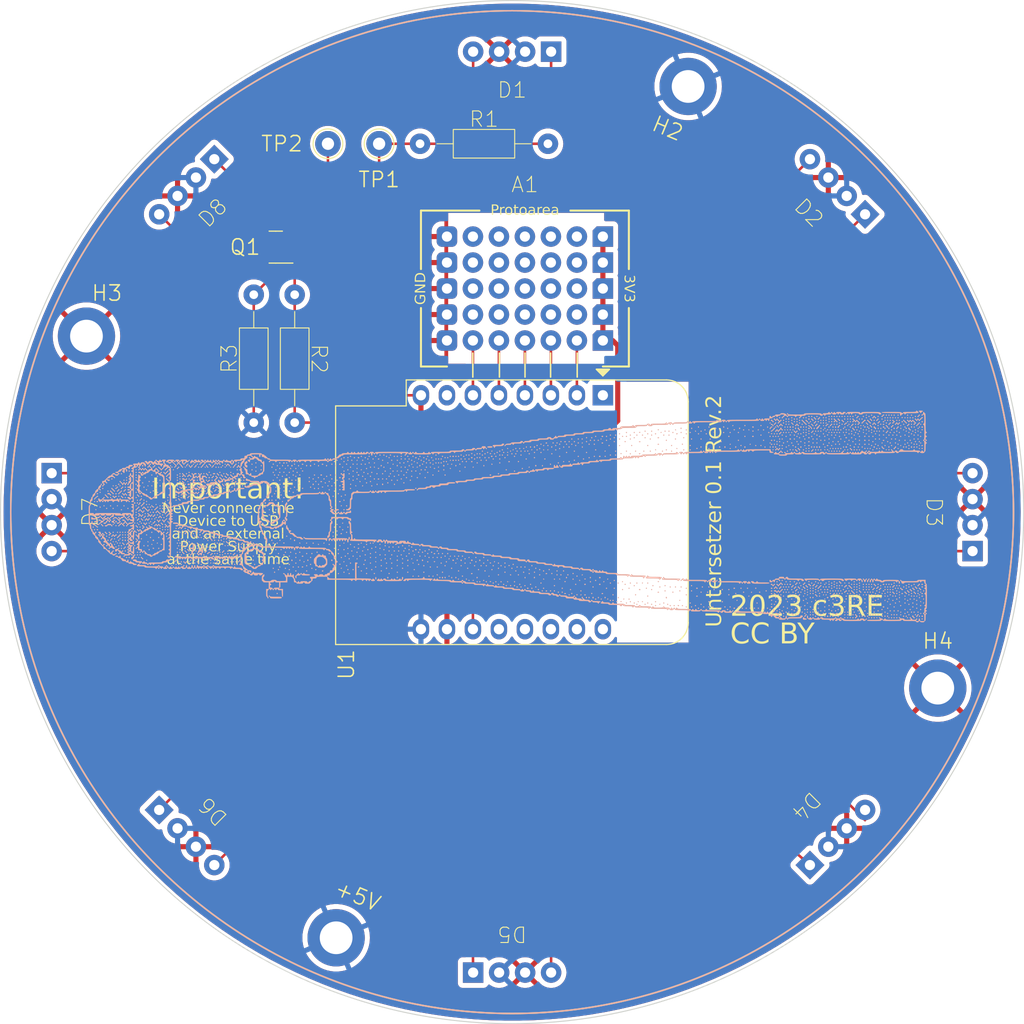
<source format=kicad_pcb>
(kicad_pcb (version 20221018) (generator pcbnew)
  (layers (0 "F.Cu" signal) (31 "B.Cu" signal) (34 "B.Paste" user) (35 "F.Paste" user) (36 "B.SilkS" user "B.Silkscreen") (37 "F.SilkS" user "F.Silkscreen") (38 "B.Mask" user) (39 "F.Mask" user) (44 "Edge.Cuts" user))
  (net 0 "")
  (net 2 "Net-(A1-Vin)")
  (net 3 "Net-(U1-A0)")
  (net 9 "Net-(U1-D0)")
  (net 10 "Net-(Q1-S)")
  (net 11 "/Dout")
  (net 12 "GND")
  (net 13 "+5V")
  (net 14 "/Din")
  (net 15 "Net-(D1-DIN)")
  (net 16 "Net-(D1-DOUT)")
  (net 17 "Net-(D2-DOUT)")
  (net 18 "Net-(D3-DOUT)")
  (net 19 "Net-(D4-DOUT)")
  (net 20 "Net-(D5-DOUT)")
  (net 21 "Net-(D6-DOUT)")
  (net 22 "Net-(D7-DOUT)")
  (net 23 "Net-(U1-MISO{slash}D6)")
  (net 24 "Net-(U1-MOSI{slash}D7)")
  (net 25 "Net-(U1-SCK{slash}D5)")
  (footprint "R_combi:1206_combi_handsolder" (layer "F.Cu") (at 147.25 64)
    (fp_text reference "R1" (at 0 -2.4 unlocked) (layer "F.SilkS") (effects (font (size 1.5 1.5) (thickness 0.1))))
    (fp_text value "100")
    (pad "1" thru_hole circle (at -6.25 0) (size 2 2) (drill 0.85) (layers "*.Cu" "*.Mask") (net 14 "/Din"))
    (pad "1" smd roundrect (at -1.55 0) (size 1.3 1.75) (layers "F.Cu" "F.Paste" "F.Mask") (roundrect_rratio 0.1640423077) (net 14 "/Din"))
    (pad "2" smd roundrect (at 1.55 0) (size 1.3 1.75) (layers "F.Cu" "F.Paste" "F.Mask") (roundrect_rratio 0.1640423077) (net 15 "Net-(D1-DIN)"))
    (pad "2" thru_hole circle (at 6.25 0) (size 2 2) (drill 0.85) (layers "*.Cu" "*.Mask") (net 15 "Net-(D1-DIN)"))
  )
  (footprint "R_combi:1206_combi_handsolder" (layer "F.Cu") (at 128.75 85 -90)
    (fp_text reference "R2" (at 0 -2.4 -90 unlocked) (layer "F.SilkS") (effects (font (size 1.5 1.5) (thickness 0.1))))
    (fp_text value "10k")
    (pad "1" thru_hole circle (at -6.25 0 270) (size 2 2) (drill 0.85) (layers "*.Cu" "*.Mask") (net 2 "Net-(A1-Vin)"))
    (pad "1" smd roundrect (at -1.55 0 270) (size 1.3 1.75) (layers "F.Cu" "F.Paste" "F.Mask") (roundrect_rratio 0.1640423077) (net 2 "Net-(A1-Vin)"))
    (pad "2" smd roundrect (at 1.55 0 270) (size 1.3 1.75) (layers "F.Cu" "F.Paste" "F.Mask") (roundrect_rratio 0.1640423077) (net 10 "Net-(Q1-S)"))
    (pad "2" thru_hole circle (at 6.25 0 270) (size 2 2) (drill 0.85) (layers "*.Cu" "*.Mask") (net 10 "Net-(Q1-S)"))
  )
  (footprint "WS2812_THT:WS2812_THT" (layer "F.Cu") (at 181.8 131.8 -135)
    (fp_text reference "D4" (at 0 4.313351 -135 unlocked) (layer "F.SilkS") (effects (font (size 1.5 1.5) (thickness 0.1))))
    (fp_text value "WS2812B")
    (pad "1" thru_hole circle (at 1.27 0 225) (size 2 2) (drill 1) (layers "*.Cu" "*.Mask") (net 13 "+5V"))
    (pad "2" thru_hole rect (at 3.81 0 225) (size 2 2) (drill 1) (layers "*.Cu" "*.Mask") (net 19 "Net-(D4-DOUT)"))
    (pad "3" thru_hole circle (at -1.27 0 225) (size 2 2) (drill 1) (layers "*.Cu" "*.Mask") (net 12 "GND"))
    (pad "4" thru_hole circle (at -3.81 0 225) (size 2 2) (drill 1) (layers "*.Cu" "*.Mask") (net 18 "Net-(D3-DOUT)"))
  )
  (footprint "MountingHole:MountingHole_3.2mm_M3_DIN965_Pad" (layer "F.Cu") (at 167.2 58.4 -22.5)
    (fp_text reference "H2" (at -0.278757 4.553273 157.5) (layer "F.SilkS") (effects (font (size 1.5 1.5))))
    (fp_text value "+5V")
    (pad "1" thru_hole circle (at 0 0 337.5) (size 5.6 5.6) (drill 3.2) (layers "*.Cu" "*.Mask") (net 13 "+5V"))
  )
  (footprint "WS2812_THT:WS2812_THT" (layer "F.Cu") (at 105 100 90)
    (fp_text reference "D7" (at 0 3.75 90 unlocked) (layer "F.SilkS") (effects (font (size 1.5 1.5) (thickness 0.1))))
    (fp_text value "WS2812B")
    (pad "1" thru_hole circle (at 1.27 0 90) (size 2 2) (drill 1) (layers "*.Cu" "*.Mask") (net 13 "+5V"))
    (pad "2" thru_hole rect (at 3.81 0 90) (size 2 2) (drill 1) (layers "*.Cu" "*.Mask") (net 22 "Net-(D7-DOUT)"))
    (pad "3" thru_hole circle (at -1.27 0 90) (size 2 2) (drill 1) (layers "*.Cu" "*.Mask") (net 12 "GND"))
    (pad "4" thru_hole circle (at -3.81 0 90) (size 2 2) (drill 1) (layers "*.Cu" "*.Mask") (net 21 "Net-(D6-DOUT)"))
  )
  (footprint "Logo:c3RE_Logo_12mm_F.Mask" (layer "F.Cu") (at 172.3 78.2)
    (fp_text reference "REF**" hide)
    (fp_text value "c3RE_Logo_12mm_F.Mask")
  )
  (footprint "Module:WEMOS_D1_mini_light" (layer "F.Cu") (at 158.87 88.58 -90)
    (fp_text reference "U1" (at 26.32 25.07 90) (layer "F.SilkS") (effects (font (size 1.5 1.5))))
    (fp_text value "WeMos_D1_mini")
    (pad "1" thru_hole rect (at 0 0 270) (size 2 2) (drill 1) (layers "*.Cu" "*.Mask"))
    (pad "2" thru_hole oval (at 0 2.54 270) (size 2 1.6) (drill 1) (layers "*.Cu" "*.Mask") (net 3 "Net-(U1-A0)"))
    (pad "3" thru_hole oval (at 0 5.08 270) (size 2 1.6) (drill 1) (layers "*.Cu" "*.Mask") (net 9 "Net-(U1-D0)"))
    (pad "4" thru_hole oval (at 0 7.62 270) (size 2 1.6) (drill 1) (layers "*.Cu" "*.Mask") (net 25 "Net-(U1-SCK{slash}D5)"))
    (pad "5" thru_hole oval (at 0 10.16 270) (size 2 1.6) (drill 1) (layers "*.Cu" "*.Mask") (net 23 "Net-(U1-MISO{slash}D6)"))
    (pad "6" thru_hole oval (at 0 12.7 270) (size 2 1.6) (drill 1) (layers "*.Cu" "*.Mask") (net 24 "Net-(U1-MOSI{slash}D7)"))
    (pad "7" thru_hole oval (at 0 15.24 270) (size 2 1.6) (drill 1) (layers "*.Cu" "*.Mask"))
    (pad "8" thru_hole oval (at 0 17.78 270) (size 2 1.6) (drill 1) (layers "*.Cu" "*.Mask") (net 2 "Net-(A1-Vin)"))
    (pad "9" thru_hole oval (at 22.86 17.78 270) (size 2 1.6) (drill 1) (layers "*.Cu" "*.Mask") (net 13 "+5V"))
    (pad "10" thru_hole oval (at 22.86 15.24 270) (size 2 1.6) (drill 1) (layers "*.Cu" "*.Mask") (net 12 "GND"))
    (pad "11" thru_hole oval (at 22.86 12.7 270) (size 2 1.6) (drill 1) (layers "*.Cu" "*.Mask") (net 10 "Net-(Q1-S)"))
    (pad "12" thru_hole oval (at 22.86 10.16 270) (size 2 1.6) (drill 1) (layers "*.Cu" "*.Mask"))
    (pad "13" thru_hole oval (at 22.86 7.62 270) (size 2 1.6) (drill 1) (layers "*.Cu" "*.Mask"))
    (pad "14" thru_hole oval (at 22.86 5.08 270) (size 2 1.6) (drill 1) (layers "*.Cu" "*.Mask"))
    (pad "15" thru_hole oval (at 22.86 2.54 270) (size 2 1.6) (drill 1) (layers "*.Cu" "*.Mask"))
    (pad "16" thru_hole oval (at 22.86 0 270) (size 2 1.6) (drill 1) (layers "*.Cu" "*.Mask"))
  )
  (footprint "WS2812_THT:WS2812_THT" (layer "F.Cu") (at 150 145 180)
    (fp_text reference "D5" (at 0 3.75 180 unlocked) (layer "F.SilkS") (effects (font (size 1.5 1.5) (thickness 0.1))))
    (fp_text value "WS2812B")
    (pad "1" thru_hole circle (at 1.27 0 180) (size 2 2) (drill 1) (layers "*.Cu" "*.Mask") (net 13 "+5V"))
    (pad "2" thru_hole rect (at 3.81 0 180) (size 2 2) (drill 1) (layers "*.Cu" "*.Mask") (net 20 "Net-(D5-DOUT)"))
    (pad "3" thru_hole circle (at -1.27 0 180) (size 2 2) (drill 1) (layers "*.Cu" "*.Mask") (net 12 "GND"))
    (pad "4" thru_hole circle (at -3.81 0 180) (size 2 2) (drill 1) (layers "*.Cu" "*.Mask") (net 19 "Net-(D4-DOUT)"))
  )
  (footprint "MountingHole:MountingHole_3.2mm_M3_DIN965_Pad" (layer "F.Cu") (at 108.4 82.8)
    (fp_text reference "H3" (at 2 -4.2) (layer "F.SilkS") (effects (font (size 1.5 1.5))))
    (fp_text value "GND")
    (pad "1" thru_hole circle (at 0 0) (size 5.6 5.6) (drill 3.2) (layers "*.Cu" "*.Mask") (net 12 "GND"))
  )
  (footprint "Symbol:OSHW-Symbol_13.4x12mm_SilkScreen" (layer "F.Cu") (at 150 124)
    (fp_text reference "REF**" hide)
    (fp_text value "OSHW-Symbol_13.4x12mm_SilkScreen" hide)
  )
  (footprint "Symbol:OSHW-Symbol_13.4x12mm_Copper" (layer "F.Cu") (at 150 124)
    (fp_text reference "REF**" hide)
    (fp_text value "OSHW-Symbol_13.4x12mm_Copper" hide)
    (fp_poly (pts (xy 1.119803 -5.09936) (xy 1.288676 -4.203573) (xy 1.911796 -3.946702) (xy 2.534916 -3.689832) (xy 3.282453 -4.198151) (xy 3.491802 -4.339684) (xy 3.681043 -4.466055) (xy 3.841343 -4.571493) (xy 3.963874 -4.65023) (xy 4.039802 -4.696495) (xy 4.06048 -4.706471) (xy 4.097731 -4.680814) (xy 4.177332 -4.609885) (xy 4.290361 -4.502743) (xy 4.427895 -4.36845) (xy 4.581012 -4.216066) (xy 4.740789 -4.054653) (xy 4.898305 -3.89327) (xy 5.044637 -3.740978) (xy 5.170863 -3.606838) (xy 5.26806 -3.499911) (xy 5.327307 -3.429258) (xy 5.341471 -3.405612) (xy 5.321087 -3.362021) (xy 5.263941 -3.266519) (xy 5.176041 -3.12845) (xy 5.063396 -2.957155) (xy 4.932013 -2.761975) (xy 4.855882 -2.650648) (xy 4.717118 -2.447367) (xy 4.593811 -2.263927) (xy 4.491945 -2.109458) (xy 4.417501 -1.993091) (xy 4.376461 -1.923958) (xy 4.370294 -1.90943) (xy 4.384274 -1.86814) (xy 4.422382 -1.771908) (xy 4.478867 -1.634266) (xy 4.54798 -1.468742) (xy 4.62397 -1.288868) (xy 4.701089 -1.108172) (xy 4.773585 -0.940186) (xy 4.835709 -0.79844) (xy 4.881712 -0.696463) (xy 4.905843 -0.647786) (xy 4.907267 -0.64587) (xy 4.945158 -0.636575) (xy 5.046069 -0.61584) (xy 5.19954 -0.585702) (xy 5.395112 -0.548199) (xy 5.622325 -0.505371) (xy 5.754891 -0.480674) (xy 5.997679 -0.434447) (xy 6.216974 -0.39046) (xy 6.401681 -0.351119) (xy 6.540705 -0.318831) (xy 6.622952 -0.296003) (xy 6.639485 -0.28876) (xy 6.655678 -0.239739) (xy 6.668744 -0.129023) (xy 6.678691 0.030438) (xy 6.685528 0.2257) (xy 6.689264 0.443814) (xy 6.689907 0.671835) (xy 6.687468 0.896815) (xy 6.681953 1.105809) (xy 6.673374 1.285868) (xy 6.661737 1.424047) (xy 6.647052 1.507398) (xy 6.638245 1.52475) (xy 6.585599 1.545548) (xy 6.474043 1.575282) (xy 6.318335 1.610459) (xy 6.133229 1.647586) (xy 6.068613 1.659597) (xy 5.757071 1.716662) (xy 5.510976 1.762618) (xy 5.322195 1.799293) (xy 5.182598 1.828513) (xy 5.084052 1.852104) (xy 5.018426 1.871892) (xy 4.977589 1.889706) (xy 4.953409 1.90737) (xy 4.950026 1.910861) (xy 4.916255 1.9671) (xy 4.864737 2.076547) (xy 4.800617 2.2258) (xy 4.729039 2.401459) (xy 4.655146 2.590121) (xy 4.584083 2.778385) (xy 4.520993 2.952848) (xy 4.471021 3.100108) (xy 4.439312 3.206764) (xy 4.431008 3.259413) (xy 4.4317 3.261257) (xy 4.459836 3.304292) (xy 4.523665 3.398978) (xy 4.61648 3.53546) (xy 4.731573 3.703882) (xy 4.862237 3.89439) (xy 4.899448 3.948529) (xy 5.032129 4.144804) (xy 5.148883 4.323886) (xy 5.243349 4.475492) (xy 5.309168 4.589338) (xy 5.339978 4.655141) (xy 5.341471 4.663225) (xy 5.315584 4.705715) (xy 5.244054 4.789891) (xy 5.136076 4.906705) (xy 5.000846 5.04711) (xy 4.847558 5.202061) (xy 4.685409 5.362509) (xy 4.523593 5.519409) (xy 4.371306 5.663713) (xy 4.237743 5.786376) (xy 4.1321 5.87835) (xy 4.063572 5.930589) (xy 4.044614 5.939118) (xy 4.000487 5.919029) (xy 3.910142 5.864849) (xy 3.788295 5.785704) (xy 3.694546 5.722001) (xy 3.524678 5.60511) (xy 3.323512 5.467476) (xy 3.121733 5.330063) (xy 3.01325 5.256519) (xy 2.646058 5.008155) (xy 2.337826 5.174813) (xy 2.197404 5.247822) (xy 2.077996 5.304571) (xy 1.997202 5.336937) (xy 1.976636 5.341441) (xy 1.951906 5.308189) (xy 1.903118 5.214224) (xy 1.833913 5.068213) (xy 1.747935 4.878824) (xy 1.648824 4.654724) (xy 1.540224 4.404581) (xy 1.425775 4.137063) (xy 1.30912 3.860836) (xy 1.193901 3.584568) (xy 1.08376 3.316927) (xy 0.982339 3.06658) (xy 0.89328 2.842195) (xy 0.820225 2.652439) (xy 0.766816 2.50598) (xy 0.736695 2.411485) (xy 0.731851 2.379031) (xy 0.770245 2.337636) (xy 0.854308 2.270438) (xy 0.966467 2.1914) (xy 0.975881 2.185147) (xy 1.265768 1.953103) (xy 1.499512 1.682386) (xy 1.675087 1.381653) (xy 1.790469 1.059561) (xy 1.84363 0.724765) (xy 1.832547 0.385922) (xy 1.755192 0.051688) (xy 1.60954 -0.269281) (xy 1.566688 -0.339505) (xy 1.343802 -0.623073) (xy 1.080491 -0.850782) (xy 0.785865 -1.021449) (xy 0.469041 -1.133888) (xy 0.13913 -1.186917) (xy -0.194754 -1.179349) (xy -0.523497 -1.110002) (xy -0.837986 -0.977691) (xy -1.129107 -0.781232) (xy -1.21916 -0.701494) (xy -1.448347 -0.451892) (xy -1.615354 -0.189132) (xy -1.729915 0.105399) (xy -1.793719 0.397075) (xy -1.80947 0.725012) (xy -1.756949 1.054577) (xy -1.64149 1.37463) (xy -1.468429 1.674032) (xy -1.243101 1.941643) (xy -0.97084 2.166325) (xy -0.935058 2.190008) (xy -0.821698 2.267568) (xy -0.735522 2.334768) (xy -0.694323 2.377675) (xy -0.693724 2.379031) (xy -0.702569 2.425446) (xy -0.737631 2.530786) (xy -0.795267 2.686388) (xy -0.871834 2.883584) (xy -0.963686 3.11371) (xy -1.067183 3.368101) (xy -1.178679 3.63809) (xy -1.294532 3.915012) (xy -1.411097 4.190201) (xy -1.524733 4.454993) (xy -1.631794 4.700721) (xy -1.728638 4.918721) (xy -1.811621 5.100326) (xy -1.877099 5.236871) (xy -1.921431 5.31969) (xy -1.939283 5.341441) (xy -1.993834 5.324504) (xy -2.095905 5.279077) (xy -2.227895 5.21328) (xy -2.300474 5.174813) (xy -2.608705 5.008155) (xy -2.975897 5.256519) (xy -3.16334 5.383754) (xy -3.368557 5.523773) (xy -3.560867 5.655612) (xy -3.657193 5.722001) (xy -3.792673 5.812976) (xy -3.907393 5.885071) (xy -3.986388 5.929154) (xy -4.012046 5.938473) (xy -4.049391 5.913334) (xy -4.132042 5.843154) (xy -4.251985 5.73522) (xy -4.401209 5.596818) (xy -4.571699 5.435235) (xy -4.679526 5.331488) (xy -4.868172 5.146135) (xy -5.031205 4.980351) (xy -5.162032 4.841227) (xy -5.254065 4.735856) (xy -5.300713 4.671329) (xy -5.305188 4.658234) (xy -5.28442 4.608425) (xy -5.227031 4.507713) (xy -5.139387 4.366295) (xy -5.027854 4.194367) (xy -4.898797 4.002124) (xy -4.862096 3.948529) (xy -4.728368 3.753733) (xy -4.608393 3.578353) (xy -4.508879 3.432243) (xy -4.436533 3.325258) (xy -4.398064 3.267255) (xy -4.394347 3.261257) (xy -4.399905 3.215032) (xy -4.429407 3.113398) (xy -4.477709 2.969758) (xy -4.539667 2.797514) (xy -4.610137 2.610066) (xy -4.683975 2.420818) (xy -4.756037 2.243171) (xy -4.821178 2.090527) (xy -4.874255 1.976288) (xy -4.910123 1.913856) (xy -4.912673 1.910861) (xy -4.934606 1.893019) (xy -4.971652 1.875374) (xy -5.031941 1.856101) (xy -5.123604 1.833374) (xy -5.254774 1.805364) (xy -5.433582 1.770247) (xy -5.668158 1.726195) (xy -5.966635 1.671382) (xy -6.03126 1.659597) (xy -6.222794 1.622591) (xy -6.389769 1.586389) (xy -6.517432 1.554485) (xy -6.591024 1.530372) (xy -6.600892 1.52475) (xy -6.617153 1.47491) (xy -6.63037 1.363532) (xy -6.640536 1.203563) (xy -6.64764 1.00795) (xy -6.651674 0.78964) (xy -6.65263 0.561579) (xy -6.650498 0.336714) (xy -6.645269 0.127991) (xy -6.636935 -0.051642) (xy -6.625487 -0.189238) (xy -6.610916 -0.271852) (xy -6.602132 -0.28876) (xy -6.55323 -0.305816) (xy -6.441873 -0.333564) (xy -6.279156 -0.369597) (xy -6.076174 -0.411507) (xy -5.844021 -0.456889) (xy -5.717538 -0.480674) (xy -5.477555 -0.525535) (xy -5.263549 -0.566175) (xy -5.085978 -0.600554) (xy -4.955302 -0.626635) (xy -4.881982 -0.642379) (xy -4.869915 -0.64587) (xy -4.849519 -0.685221) (xy -4.806406 -0.780007) (xy -4.746321 -0.916685) (xy -4.675013 -1.081714) (xy -4.598227 -1.261553) (xy -4.52171 -1.44266) (xy -4.45121 -1.611493) (xy -4.392473 -1.754512) (xy -4.351246 -1.858174) (xy -4.333276 -1.908939) (xy -4.332941 -1.911158) (xy -4.353313 -1.951204) (xy -4.410427 -2.043361) (xy -4.498279 -2.178467) (xy -4.610867 -2.347365) (xy -4.742189 -2.540895) (xy -4.818529 -2.652059) (xy -4.957636 -2.855884) (xy -5.081188 -3.040937) (xy -5.183158 -3.197854) (xy -5.257517 -3.317276) (xy -5.298237 -3.38984) (xy -5.304118 -3.406107) (xy -5.278837 -3.44397) (xy -5.208948 -3.524814) (xy -5.103377 -3.639581) (xy -4.971052 -3.779215) (xy -4.820901 -3.934658) (xy -4.661852 -4.096854) (xy -4.502833 -4.256746) (xy -4.352771 -4.405276) (xy -4.220594 -4.533387) (xy -4.11523 -4.632023) (xy -4.045607 -4.692127) (xy -4.022315 -4.706471) (xy -3.98439 -4.686301) (xy -3.893683 -4.629637) (xy -3.759011 -4.542247) (xy -3.589195 -4.4299) (xy -3.393054 -4.298362) (xy -3.2451 -4.198151) (xy -2.497564 -3.689832) (xy -1.874444 -3.946702) (xy -1.251324 -4.203573) (xy -0.913576 -5.995147) (xy 0.950929 -5.995147) (xy 1.119803 -5.09936)) (stroke (width 0.01)) (fill solid) (layer "F.Cu"))
  )
  (footprint "WS2812_THT:WS2812_THT" (layer "F.Cu") (at 118.2 68.2 45)
    (fp_text reference "D8" (at 0 3.606245 45 unlocked) (layer "F.SilkS") (effects (font (size 1.5 1.5) (thickness 0.1))))
    (fp_text value "WS2812B")
    (pad "1" thru_hole circle (at 1.27 0 45) (size 2 2) (drill 1) (layers "*.Cu" "*.Mask") (net 13 "+5V"))
    (pad "2" thru_hole rect (at 3.81 0 45) (size 2 2) (drill 1) (layers "*.Cu" "*.Mask") (net 11 "/Dout"))
    (pad "3" thru_hole circle (at -1.27 0 45) (size 2 2) (drill 1) (layers "*.Cu" "*.Mask") (net 12 "GND"))
    (pad "4" thru_hole circle (at -3.81 0 45) (size 2 2) (drill 1) (layers "*.Cu" "*.Mask") (net 22 "Net-(D7-DOUT)"))
  )
  (footprint "Package_TO_SOT_SMD:SOT-23" (layer "F.Cu") (at 126.9 74.1 180)
    (fp_text reference "Q1" (at 3 0) (layer "F.SilkS") (effects (font (size 1.5 1.5))))
    (fp_text value "BSS138")
    (pad "1" smd roundrect (at -0.9375 -0.95 180) (size 1.475 0.6) (layers "F.Cu" "F.Paste" "F.Mask") (net 2 "Net-(A1-Vin)"))
    (pad "2" smd roundrect (at -0.9375 0.95 180) (size 1.475 0.6) (layers "F.Cu" "F.Paste" "F.Mask") (net 10 "Net-(Q1-S)"))
    (pad "3" smd roundrect (at 0.9375 0 180) (size 1.475 0.6) (layers "F.Cu" "F.Paste" "F.Mask") (net 14 "/Din"))
  )
  (footprint "TestPoint:TestPoint_THTPad_D2.5mm_Drill1.2mm" (layer "F.Cu") (at 132 64)
    (fp_text reference "TP2" (at -4.5 0) (layer "F.SilkS") (effects (font (size 1.5 1.5))))
    (fp_text value "Dout")
    (pad "1" thru_hole circle (at 0 0) (size 2.5 2.5) (drill 1.2) (layers "*.Cu" "*.Mask") (net 11 "/Dout"))
  )
  (footprint "WS2812_THT:WS2812_THT" (layer "F.Cu") (at 195 100 -90)
    (fp_text reference "D3" (at 0 3.75 -90 unlocked) (layer "F.SilkS") (effects (font (size 1.5 1.5) (thickness 0.1))))
    (fp_text value "WS2812B")
    (pad "1" thru_hole circle (at 1.27 0 270) (size 2 2) (drill 1) (layers "*.Cu" "*.Mask") (net 13 "+5V"))
    (pad "2" thru_hole rect (at 3.81 0 270) (size 2 2) (drill 1) (layers "*.Cu" "*.Mask") (net 18 "Net-(D3-DOUT)"))
    (pad "3" thru_hole circle (at -1.27 0 270) (size 2 2) (drill 1) (layers "*.Cu" "*.Mask") (net 12 "GND"))
    (pad "4" thru_hole circle (at -3.81 0 270) (size 2 2) (drill 1) (layers "*.Cu" "*.Mask") (net 17 "Net-(D2-DOUT)"))
  )
  (footprint "WS2812_THT:WS2812_THT" (layer "F.Cu") (at 150 55)
    (fp_text reference "D1" (at 0 3.75 unlocked) (layer "F.SilkS") (effects (font (size 1.5 1.5) (thickness 0.1))))
    (fp_text value "WS2812B")
    (pad "1" thru_hole circle (at 1.27 0) (size 2 2) (drill 1) (layers "*.Cu" "*.Mask") (net 13 "+5V"))
    (pad "2" thru_hole rect (at 3.81 0) (size 2 2) (drill 1) (layers "*.Cu" "*.Mask") (net 16 "Net-(D1-DOUT)"))
    (pad "3" thru_hole circle (at -1.27 0) (size 2 2) (drill 1) (layers "*.Cu" "*.Mask") (net 12 "GND"))
    (pad "4" thru_hole circle (at -3.81 0) (size 2 2) (drill 1) (layers "*.Cu" "*.Mask") (net 15 "Net-(D1-DIN)"))
  )
  (footprint "WS2812_THT:WS2812_THT" (layer "F.Cu") (at 181.8 68.2 -45)
    (fp_text reference "D2" (at -0.176777 3.783021 -45 unlocked) (layer "F.SilkS") (effects (font (size 1.5 1.5) (thickness 0.1))))
    (fp_text value "WS2812B")
    (pad "1" thru_hole circle (at 1.27 0 315) (size 2 2) (drill 1) (layers "*.Cu" "*.Mask") (net 13 "+5V"))
    (pad "2" thru_hole rect (at 3.81 0 315) (size 2 2) (drill 1) (layers "*.Cu" "*.Mask") (net 17 "Net-(D2-DOUT)"))
    (pad "3" thru_hole circle (at -1.27 0 315) (size 2 2) (drill 1) (layers "*.Cu" "*.Mask") (net 12 "GND"))
    (pad "4" thru_hole circle (at -3.81 0 315) (size 2 2) (drill 1) (layers "*.Cu" "*.Mask") (net 16 "Net-(D1-DOUT)"))
  )
  (footprint "R_combi:1206_combi_handsolder" (layer "F.Cu") (at 124.75 85 90)
    (fp_text reference "R3" (at 0 -2.4 90 unlocked) (layer "F.SilkS") (effects (font (size 1.5 1.5) (thickness 0.1))))
    (fp_text value "10k")
    (pad "1" thru_hole circle (at -6.25 0 90) (size 2 2) (drill 0.85) (layers "*.Cu" "*.Mask") (net 13 "+5V"))
    (pad "1" smd roundrect (at -1.55 0 90) (size 1.3 1.75) (layers "F.Cu" "F.Paste" "F.Mask") (roundrect_rratio 0.1640423077) (net 13 "+5V"))
    (pad "2" smd roundrect (at 1.55 0 90) (size 1.3 1.75) (layers "F.Cu" "F.Paste" "F.Mask") (roundrect_rratio 0.1640423077) (net 14 "/Din"))
    (pad "2" thru_hole circle (at 6.25 0 90) (size 2 2) (drill 0.85) (layers "*.Cu" "*.Mask") (net 14 "/Din"))
  )
  (footprint "MountingHole:MountingHole_3.2mm_M3_DIN965_Pad" (layer "F.Cu") (at 132.8 141.6 157.5)
    (fp_text reference "H1" hide)
    (fp_text value "+5V" (at -0.371145 4.591541 157.5) (layer "F.SilkS") (effects (font (size 1.5 1.5))))
    (pad "1" thru_hole circle (at 0 0 157.5) (size 5.6 5.6) (drill 3.2) (layers "*.Cu" "*.Mask") (net 13 "+5V"))
  )
  (footprint "TestPoint:TestPoint_THTPad_D2.5mm_Drill1.2mm" (layer "F.Cu") (at 137 64)
    (fp_text reference "TP1" (at 0 3.5) (layer "F.SilkS") (effects (font (size 1.5 1.5))))
    (fp_text value "Din")
    (pad "1" thru_hole circle (at 0 0) (size 2.5 2.5) (drill 1.2) (layers "*.Cu" "*.Mask") (net 14 "/Din"))
  )
  (footprint "Proto:Protoarea" (layer "F.Cu") (at 151.25 78.15)
    (fp_text reference "A1" (at 0 -10.16 unlocked) (layer "F.SilkS") (effects (font (size 1.5 1.5) (thickness 0.1))))
    (fp_text value "~")
    (fp_text user "GND" (at -10.16 0 90 unlocked) (layer "F.SilkS") (effects (font (thickness 0.1))))
    (fp_text user "Protoarea" (at 0 -7.62 unlocked) (layer "F.SilkS") (effects (font (thickness 0.1))))
    (fp_text user "3V3" (at 10.16 0 270 unlocked) (layer "F.SilkS") (effects (font (thickness 0.1))))
    (pad "" thru_hole circle (at -5.08 -5.08) (size 2 2) (drill 1) (layers "*.Cu" "*.Mask"))
    (pad "" thru_hole circle (at -5.08 -2.54) (size 2 2) (drill 1) (layers "*.Cu" "*.Mask"))
    (pad "" thru_hole circle (at -5.08 0) (size 2 2) (drill 1) (layers "*.Cu" "*.Mask"))
    (pad "" thru_hole circle (at -5.08 2.54) (size 2 2) (drill 1) (layers "*.Cu" "*.Mask"))
    (pad "" thru_hole circle (at -2.54 -5.08) (size 2 2) (drill 1) (layers "*.Cu" "*.Mask"))
    (pad "" thru_hole circle (at -2.54 -2.54) (size 2 2) (drill 1) (layers "*.Cu" "*.Mask"))
    (pad "" thru_hole circle (at -2.54 0) (size 2 2) (drill 1) (layers "*.Cu" "*.Mask"))
    (pad "" thru_hole circle (at -2.54 2.54) (size 2 2) (drill 1) (layers "*.Cu" "*.Mask"))
    (pad "" thru_hole circle (at 0 -5.08) (size 2 2) (drill 1) (layers "*.Cu" "*.Mask"))
    (pad "" thru_hole circle (at 0 -2.54) (size 2 2) (drill 1) (layers "*.Cu" "*.Mask"))
    (pad "" thru_hole circle (at 0 0) (size 2 2) (drill 1) (layers "*.Cu" "*.Mask"))
    (pad "" thru_hole circle (at 0 2.54) (size 2 2) (drill 1) (layers "*.Cu" "*.Mask"))
    (pad "" thru_hole circle (at 2.54 -5.08) (size 2 2) (drill 1) (layers "*.Cu" "*.Mask"))
    (pad "" thru_hole circle (at 2.54 -2.54) (size 2 2) (drill 1) (layers "*.Cu" "*.Mask"))
    (pad "" thru_hole circle (at 2.54 0) (size 2 2) (drill 1) (layers "*.Cu" "*.Mask"))
    (pad "" thru_hole circle (at 2.54 2.54) (size 2 2) (drill 1) (layers "*.Cu" "*.Mask"))
    (pad "" thru_hole circle (at 5.08 -5.08) (size 2 2) (drill 1) (layers "*.Cu" "*.Mask"))
    (pad "" thru_hole circle (at 5.08 -2.54) (size 2 2) (drill 1) (layers "*.Cu" "*.Mask"))
    (pad "" thru_hole circle (at 5.08 0) (size 2 2) (drill 1) (layers "*.Cu" "*.Mask"))
    (pad "" thru_hole circle (at 5.08 2.54) (size 2 2) (drill 1) (layers "*.Cu" "*.Mask"))
    (pad "2" thru_hole circle (at 5.08 5.08) (size 2 2) (drill 1) (layers "*.Cu" "*.Mask") (net 3 "Net-(U1-A0)"))
    (pad "3" thru_hole circle (at 2.54 5.08) (size 2 2) (drill 1) (layers "*.Cu" "*.Mask") (net 9 "Net-(U1-D0)"))
    (pad "4" thru_hole circle (at 0 5.08) (size 2 2) (drill 1) (layers "*.Cu" "*.Mask") (net 25 "Net-(U1-SCK{slash}D5)"))
    (pad "5" thru_hole circle (at -2.54 5.08) (size 2 2) (drill 1) (layers "*.Cu" "*.Mask") (net 23 "Net-(U1-MISO{slash}D6)"))
    (pad "6" thru_hole circle (at -5.08 5.08) (size 2 2) (drill 1) (layers "*.Cu" "*.Mask") (net 24 "Net-(U1-MOSI{slash}D7)"))
    (pad "7" thru_hole roundrect (at 7.62 -5.08) (size 2 2) (drill 1) (layers "*.Cu" "*.Mask") (roundrect_rratio 0) (chamfer_ratio 0.2) (chamfer top_left) (net 2 "Net-(A1-Vin)"))
    (pad "7" thru_hole roundrect (at 7.62 -2.54) (size 2 2) (drill 1) (layers "*.Cu" "*.Mask") (roundrect_rratio 0) (chamfer_ratio 0.2) (chamfer top_left) (net 2 "Net-(A1-Vin)"))
    (pad "7" thru_hole roundrect (at 7.62 0) (size 2 2) (drill 1) (layers "*.Cu" "*.Mask") (roundrect_rratio 0) (chamfer_ratio 0.2) (chamfer top_left) (net 2 "Net-(A1-Vin)"))
    (pad "7" thru_hole roundrect (at 7.62 2.54) (size 2 2) (drill 1) (layers "*.Cu" "*.Mask") (roundrect_rratio 0) (chamfer_ratio 0.2) (chamfer top_left) (net 2 "Net-(A1-Vin)"))
    (pad "7" thru_hole roundrect (at 7.62 5.08) (size 2 2) (drill 1) (layers "*.Cu" "*.Mask") (roundrect_rratio 0) (chamfer_ratio 0.2) (chamfer top_left) (net 2 "Net-(A1-Vin)"))
    (pad "8" thru_hole roundrect (at -7.62 -5.08) (size 2 2) (drill 1) (layers "*.Cu" "*.Mask") (net 12 "GND"))
    (pad "8" thru_hole roundrect (at -7.62 -2.54) (size 2 2) (drill 1) (layers "*.Cu" "*.Mask") (net 12 "GND"))
    (pad "8" thru_hole roundrect (at -7.62 0) (size 2 2) (drill 1) (layers "*.Cu" "*.Mask") (net 12 "GND"))
    (pad "8" thru_hole roundrect (at -7.62 2.54) (size 2 2) (drill 1) (layers "*.Cu" "*.Mask") (net 12 "GND"))
    (pad "8" thru_hole roundrect (at -7.62 5.08) (size 2 2) (drill 1) (layers "*.Cu" "*.Mask") (net 12 "GND"))
  )
  (footprint "MountingHole:MountingHole_3.2mm_M3_DIN965_Pad" (layer "F.Cu") (at 191.6 117.2)
    (fp_text reference "H4" (at 0 -4.6) (layer "F.SilkS") (effects (font (size 1.5 1.5))))
    (fp_text value "GND")
    (pad "1" thru_hole circle (at 0 0) (size 5.6 5.6) (drill 3.2) (layers "*.Cu" "*.Mask") (net 12 "GND"))
  )
  (footprint "WS2812_THT:WS2812_THT" (layer "F.Cu") (at 118.2 131.8 135)
    (fp_text reference "D6" (at 0 3.606245 135 unlocked) (layer "F.SilkS") (effects (font (size 1.5 1.5) (thickness 0.1))))
    (fp_text value "WS2812B")
    (pad "1" thru_hole circle (at 1.27 0 135) (size 2 2) (drill 1) (layers "*.Cu" "*.Mask") (net 13 "+5V"))
    (pad "2" thru_hole rect (at 3.81 0 135) (size 2 2) (drill 1) (layers "*.Cu" "*.Mask") (net 21 "Net-(D6-DOUT)"))
    (pad "3" thru_hole circle (at -1.27 0 135) (size 2 2) (drill 1) (layers "*.Cu" "*.Mask") (net 12 "GND"))
    (pad "4" thru_hole circle (at -3.81 0 135) (size 2 2) (drill 1) (layers "*.Cu" "*.Mask") (net 20 "Net-(D5-DOUT)"))
  )
  (footprint "Logo:37c3_Logo" (layer "B.Cu") (at 150 100 -90)
    (fp_text reference "REF**" hide)
    (fp_text value "37c3_Logo")
  )
  (footprint "Logo:37c3_Logo_Text" (layer "B.Cu") (at 150 120.1 180)
    (fp_text reference "REF**" hide)
    (fp_text value "37c3_Logo_Text")
  )
  (gr_circle (center 150 100) (end 199.000102 100) (stroke (width 0.15)) (fill none) (layer "B.SilkS"))
  (gr_circle (center 150 100) (end 150.1 51) (stroke (width 0.15)) (fill none) (layer "F.SilkS"))
  (gr_line (start 148.76 84.46) (end 148.76 86.8) (stroke (width 0.15)) (layer "F.SilkS"))
  (gr_line (start 153.76 84.46) (end 153.76 86.8) (stroke (width 0.15)) (layer "F.SilkS"))
  (gr_line (start 156.36 84.46) (end 156.36 86.8) (stroke (width 0.15)) (layer "F.SilkS"))
  (gr_line (start 151.26 84.46) (end 151.26 86.8) (stroke (width 0.15)) (layer "F.SilkS"))
  (gr_line (start 146.16 84.46) (end 146.16 86.8) (stroke (width 0.15)) (layer "F.SilkS"))
  (gr_circle (center 150 100) (end 100 100) (stroke (width 0.1)) (fill none) (layer "Edge.Cuts"))
  (gr_text "Device to USB" (at 122.25 101.5) (layer "F.SilkS") (effects (font (size 1 1)) (justify bottom)))
  (gr_text "Power Supply" (at 122.25 104) (layer "F.SilkS") (effects (font (size 1 1)) (justify bottom)))
  (gr_text "and an external" (at 122.25 102.75) (layer "F.SilkS") (effects (font (size 1 1)) (justify bottom)))
  (gr_text "at the same time" (at 122.25 105.25) (layer "F.SilkS") (effects (font (size 1 1)) (justify bottom)))
  (gr_text "Never connect the" (at 122.25 100.25) (layer "F.SilkS") (effects (font (size 1 1)) (justify bottom)))
  (gr_text "Important!" (at 122.25 99) (layer "F.SilkS") (effects (font (size 2 2)) (justify bottom)))
  (gr_text "Untersetzer 0.1 Rev.2\n" (at 169.8 99.9 90) (layer "F.SilkS") (effects (font (size 1.5 1.5))))
  (gr_text "CC BY" (at 171.3 112) (layer "F.SilkS") (effects (font (size 2 2)) (justify left)))
  (gr_text "2023 c3RE" (at 171.3 109.3) (layer "F.SilkS") (effects (font (size 2 2)) (justify left)))
  (segment (start 141.09 88.58) (end 141.09 91.8) (width 0.5) (layer "F.Cu") (net 2))
  (segment (start 128.75 75.9625) (end 128.75 78.75) (width 0.25) (layer "F.Cu") (net 2))
  (segment (start 158.87 78.15) (end 158.87 80.69) (width 0.5) (layer "F.Cu") (net 2))
  (segment (start 158.87 83.23) (end 159.83 83.23) (width 0.25) (layer "F.Cu") (net 2))
  (segment (start 131.7 83.45) (end 132.25 84) (width 0.25) (layer "F.Cu") (net 2))
  (segment (start 127.8375 75.05) (end 128.75 75.9625) (width 0.25) (layer "F.Cu") (net 2))
  (segment (start 159.83 83.23) (end 160.32 83.72) (width 0.5) (layer "F.Cu") (net 2))
  (segment (start 158.87 73.07) (end 158.87 75.61) (width 0.5) (layer "F.Cu") (net 2))
  (segment (start 128.75 83.45) (end 128.75 78.75) (width 0.25) (layer "F.Cu") (net 2))
  (segment (start 132.83 88.58) (end 141.09 88.58) (width 0.25) (layer "F.Cu") (net 2))
  (segment (start 158.87 80.69) (end 158.87 83.23) (width 0.5) (layer "F.Cu") (net 2))
  (segment (start 159.6 91.8) (end 160.32 91.08) (width 0.5) (layer "F.Cu") (net 2))
  (segment (start 132.25 88) (end 132.83 88.58) (width 0.25) (layer "F.Cu") (net 2))
  (segment (start 128.75 83.45) (end 131.7 83.45) (width 0.25) (layer "F.Cu") (net 2))
  (segment (start 158.87 75.61) (end 158.87 78.15) (width 0.5) (layer "F.Cu") (net 2))
  (segment (start 141.09 91.8) (end 159.6 91.8) (width 0.5) (layer "F.Cu") (net 2))
  (segment (start 160.32 91.08) (end 160.32 83.72) (width 0.5) (layer "F.Cu") (net 2))
  (segment (start 132.25 84) (end 132.25 88) (width 0.25) (layer "F.Cu") (net 2))
  (segment (start 156.33 88.58) (end 156.33 83.23) (width 0.25) (layer "F.Cu") (net 3))
  (segment (start 153.79 88.58) (end 153.79 83.23) (width 0.25) (layer "F.Cu") (net 9))
  (segment (start 127.8375 73.15) (end 127.8375 73.63425) (width 0.25) (layer "F.Cu") (net 10))
  (segment (start 145.25 92.375) (end 139.625 92.375) (width 0.25) (layer "F.Cu") (net 10))
  (segment (start 146.17 93.295) (end 145.25 92.375) (width 0.25) (layer "F.Cu") (net 10))
  (segment (start 126.775 86.025) (end 127.3 86.55) (width 0.25) (layer "F.Cu") (net 10))
  (segment (start 127.3 86.55) (end 128.75 86.55) (width 0.25) (layer "F.Cu") (net 10))
  (segment (start 128.75 91.25) (end 128.75 86.55) (width 0.25) (layer "F.Cu") (net 10))
  (segment (start 146.17 111.44) (end 146.17 93.295) (width 0.25) (layer "F.Cu") (net 10))
  (segment (start 127.8375 73.63425) (end 126.775 74.69675) (width 0.25) (layer "F.Cu") (net 10))
  (segment (start 138.5 91.25) (end 128.75 91.25) (width 0.25) (layer "F.Cu") (net 10))
  (segment (start 126.775 74.69675) (end 126.775 86.025) (width 0.25) (layer "F.Cu") (net 10))
  (segment (start 139.625 92.375) (end 138.5 91.25) (width 0.25) (layer "F.Cu") (net 10))
  (segment (start 122.701974 67.301974) (end 122.65 67.25) (width 0.25) (layer "F.Cu") (net 11))
  (segment (start 131.448026 67.301974) (end 122.701974 67.301974) (width 0.25) (layer "F.Cu") (net 11))
  (segment (start 132 66.75) (end 131.448026 67.301974) (width 0.25) (layer "F.Cu") (net 11))
  (segment (start 122.638154 67.25) (end 120.894077 65.505923) (width 0.25) (layer "F.Cu") (net 11))
  (segment (start 122.65 67.25) (end 122.638154 67.25) (width 0.25) (layer "F.Cu") (net 11))
  (segment (start 132 64) (end 132 66.75) (width 0.25) (layer "F.Cu") (net 11))
  (segment (start 124.75 86.55) (end 124.75 91.25) (width 0.25) (layer "F.Cu") (net 13))
  (segment (start 125.9625 74.1) (end 125.9625 77.5375) (width 0.25) (layer "F.Cu") (net 14))
  (segment (start 124.75 83.45) (end 124.75 78.75) (width 0.25) (layer "F.Cu") (net 14))
  (segment (start 137 67.25) (end 137 64) (width 0.25) (layer "F.Cu") (net 14))
  (segment (start 126.498026 67.751974) (end 136.498026 67.751974) (width 0.25) (layer "F.Cu") (net 14))
  (segment (start 141 64) (end 145.7 64) (width 0.25) (layer "F.Cu") (net 14))
  (segment (start 125.9625 74.1) (end 125.9625 68.2875) (width 0.25) (layer "F.Cu") (net 14))
  (segment (start 125.9625 68.2875) (end 126.498026 67.751974) (width 0.25) (layer "F.Cu") (net 14))
  (segment (start 125.9625 77.5375) (end 124.75 78.75) (width 0.25) (layer "F.Cu") (net 14))
  (segment (start 137 64) (end 141 64) (width 0.25) (layer "F.Cu") (net 14))
  (segment (start 136.498026 67.751974) (end 137 67.25) (width 0.25) (layer "F.Cu") (net 14))
  (segment (start 148.8 64) (end 148.8 61.05) (width 0.25) (layer "F.Cu") (net 15))
  (segment (start 146.75 60.5) (end 146.19 59.94) (width 0.25) (layer "F.Cu") (net 15))
  (segment (start 146.19 59.94) (end 146.19 55) (width 0.25) (layer "F.Cu") (net 15))
  (segment (start 148.25 60.5) (end 146.75 60.5) (width 0.25) (layer "F.Cu") (net 15))
  (segment (start 148.8 61.05) (end 148.25 60.5) (width 0.25) (layer "F.Cu") (net 15))
  (segment (start 153.5 64) (end 148.8 64) (width 0.25) (layer "F.Cu") (net 15))
  (segment (start 154.3 59.5) (end 153.81 58.91) (width 0.25) (layer "F.Cu") (net 16))
  (segment (start 158.2 60.1) (end 154.8 59.55) (width 0.25) (layer "F.Cu") (net 16))
  (segment (start 163.1 61.4) (end 161.1 60.8) (width 0.25) (layer "F.Cu") (net 16))
  (segment (start 176.611846 68) (end 175.2 68) (width 0.25) (layer "F.Cu") (net 16))
  (segment (start 175.2 68) (end 172.6 66.1) (width 0.25) (layer "F.Cu") (net 16))
  (segment (start 161.1 60.8) (end 158.2 60.1) (width 0.25) (layer "F.Cu") (net 16))
  (segment (start 170 64.5) (end 166.6 62.8) (width 0.25) (layer "F.Cu") (net 16))
  (segment (start 153.81 58.91) (end 153.81 55) (width 0.25) (layer "F.Cu") (net 16))
  (segment (start 154.8 59.55) (end 154.3 59.5) (width 0.25) (layer "F.Cu") (net 16))
  (segment (start 179.105923 65.505923) (end 176.611846 68) (width 0.25) (layer "F.Cu") (net 16))
  (segment (start 172.6 66.1) (end 170 64.5) (width 0.25) (layer "F.Cu") (net 16))
  (segment (start 166.6 62.8) (end 163.1 61.4) (width 0.25) (layer "F.Cu") (net 16))
  (segment (start 189.9 91.8) (end 188.9 88) (width 0.25) (layer "F.Cu") (net 17))
  (segment (start 182.2 75) (end 181.85 74.65) (width 0.25) (layer "F.Cu") (net 17))
  (segment (start 187.2 83.4) (end 185.4 79.8) (width 0.25) (layer "F.Cu") (net 17))
  (segment (start 190.5 95.6) (end 190.3 93.8) (width 0.25) (layer "F.Cu") (net 17))
  (segment (start 183.8 77.3) (end 182.2 75) (width 0.25) (layer "F.Cu") (net 17))
  (segment (start 191.09 96.19) (end 190.5 95.6) (width 0.25) (layer "F.Cu") (net 17))
  (segment (start 195 96.19) (end 191.09 96.19) (width 0.25) (layer "F.Cu") (net 17))
  (segment (start 188.9 88) (end 187.2 83.4) (width 0.25) (layer "F.Cu") (net 17))
  (segment (start 185.4 79.8) (end 183.8 77.3) (width 0.25) (layer "F.Cu") (net 17))
  (segment (start 181.85 73.538154) (end 184.494077 70.894077) (width 0.25) (layer "F.Cu") (net 17))
  (segment (start 181.85 74.65) (end 181.85 73.538154) (width 0.25) (layer "F.Cu") (net 17))
  (segment (start 190.3 93.8) (end 189.9 91.8) (width 0.25) (layer "F.Cu") (net 17))
  (segment (start 181.8 127.411846) (end 181.8 125.5) (width 0.25) (layer "F.Cu") (net 18))
  (segment (start 184.494077 130.105923) (end 181.8 127.411846) (width 0.25) (layer "F.Cu") (net 18))
  (segment (start 187.7 115.5) (end 189.3 110.7) (width 0.25) (layer "F.Cu") (net 18))
  (segment (start 190.3 106.2) (end 190.3 104.5) (width 0.25) (layer "F.Cu") (net 18))
  (segment (start 190.99 103.81) (end 195 103.81) (width 0.25) (layer "F.Cu") (net 18))
  (segment (start 181.8 125.5) (end 184.1 122.3) (width 0.25) (layer "F.Cu") (net 18))
  (segment (start 186 119) (end 187.7 115.5) (width 0.25) (layer "F.Cu") (net 18))
  (segment (start 189.3 110.7) (end 190.3 106.2) (width 0.25) (layer "F.Cu") (net 18))
  (segment (start 190.3 104.5) (end 190.99 103.81) (width 0.25) (layer "F.Cu") (net 18))
  (segment (start 184.1 122.3) (end 186 119) (width 0.25) (layer "F.Cu") (net 18))
  (segment (start 153.81 145) (end 153.81 141.69) (width 0.25) (layer "F.Cu") (net 19))
  (segment (start 169.7 135.7) (end 172.4 134) (width 0.25) (layer "F.Cu") (net 19))
  (segment (start 172.4 134) (end 175 132.1) (width 0.25) (layer "F.Cu") (net 19))
  (segment (start 155.1 140.4) (end 159.5 139.6) (width 0.25) (layer "F.Cu") (net 19))
  (segment (start 159.5 139.6) (end 164.7 138) (width 0.25) (layer "F.Cu") (net 19))
  (segment (start 153.81 141.69) (end 155.1 140.4) (width 0.25) (layer "F.Cu") (net 19))
  (segment (start 175 132.1) (end 176.5 132.2) (width 0.25) (layer "F.Cu") (net 19))
  (segment (start 164.7 138) (end 169.7 135.7) (width 0.25) (layer "F.Cu") (net 19))
  (segment (start 176.5 132.2) (end 179.105923 134.494077) (width 0.25) (layer "F.Cu") (net 19))
  (segment (start 146.15 141.35) (end 146.19 145) (width 0.25) (layer "F.Cu") (net 20))
  (segment (start 143.2 140.2) (end 145.45 140.5) (width 0.25) (layer "F.Cu") (net 20))
  (segment (start 129.7 135.3) (end 124.8 132) (width 0.25) (layer "F.Cu") (net 20))
  (segment (start 139.2 139.3) (end 133.8 137.4) (width 0.25) (layer "F.Cu") (net 20))
  (segment (start 143.2 140.2) (end 139.2 139.3) (width 0.25) (layer "F.Cu") (net 20))
  (segment (start 133.8 137.4) (end 129.7 135.3) (width 0.25) (layer "F.Cu") (net 20))
  (segment (start 145.45 140.5) (end 146.15 141.35) (width 0.25) (layer "F.Cu") (net 20))
  (segment (start 120.894077 134.494077) (end 123.388154 132) (width 0.25) (layer "F.Cu") (net 20))
  (segment (start 123.388154 132) (end 124.8 132) (width 0.25) (layer "F.Cu") (net 20))
  (segment (start 113.6 118.3) (end 116.3 122.9) (width 0.25) (layer "F.Cu") (net 21))
  (segment (start 117.45 124.45) (end 118 125.2) (width 0.25) (layer "F.Cu") (net 21))
  (segment (start 108.71 103.81) (end 109.5 104.6) (width 0.25) (layer "F.Cu") (net 21))
  (segment (start 110 107.8) (end 110.7 110.7) (width 0.25) (layer "F.Cu") (net 21))
  (segment (start 118 125.2) (end 117.9 126.711846) (width 0.25) (layer "F.Cu") (net 21))
  (segment (start 109.5 104.6) (end 110 107.8) (width 0.25) (layer "F.Cu") (net 21))
  (segment (start 111.8 114.3) (end 113.6 118.3) (width 0.25) (layer "F.Cu") (net 21))
  (segment (start 105 103.81) (end 108.71 103.81) (width 0.25) (layer "F.Cu") (net 21))
  (segment (start 110.7 110.7) (end 111.8 114.3) (width 0.25) (layer "F.Cu") (net 21))
  (segment (start 117.9 126.711846) (end 115.505923 129.105923) (width 0.25) (layer "F.Cu") (net 21))
  (segment (start 116.3 122.9) (end 117.45 124.45) (width 0.25) (layer "F.Cu") (net 21))
  (segment (start 118.2 73.588154) (end 118.2 74.6) (width 0.25) (layer "F.Cu") (net 22))
  (segment (start 113.9 81.1) (end 112.3 84.5) (width 0.25) (layer "F.Cu") (net 22))
  (segment (start 109.6 94.95) (end 108.36 96.19) (width 0.25) (layer "F.Cu") (net 22))
  (segment (start 108.36 96.19) (end 105 96.19) (width 0.25) (layer "F.Cu") (net 22))
  (segment (start 115.505923 70.894077) (end 118.2 73.588154) (width 0.25) (layer "F.Cu") (net 22))
  (segment (start 110.2 91.4) (end 109.6 94.9) (width 0.25) (layer "F.Cu") (net 22))
  (segment (start 109.6 94.9) (end 109.6 94.95) (width 0.25) (layer "F.Cu") (net 22))
  (segment (start 111 88.3) (end 110.2 91.4) (width 0.25) (layer "F.Cu") (net 22))
  (segment (start 118.2 74.6) (end 116.4 76.9) (width 0.25) (layer "F.Cu") (net 22))
  (segment (start 116.4 76.9) (end 113.9 81.1) (width 0.25) (layer "F.Cu") (net 22))
  (segment (start 112.3 84.5) (end 111 88.3) (width 0.25) (layer "F.Cu") (net 22))
  (segment (start 148.71 88.58) (end 148.71 83.23) (width 0.25) (layer "F.Cu") (net 23))
  (segment (start 146.17 88.58) (end 146.17 83.23) (width 0.25) (layer "F.Cu") (net 24))
  (segment (start 151.25 88.58) (end 151.25 83.23) (width 0.25) (layer "F.Cu") (net 25))
  (zone (net 12) (net_name "GND") (layer "F.Cu") (connect_pads (clearance 0.5)) (min_thickness 0.25) (fill yes (thermal_gap 0.5) (thermal_bridge_width 0.5))
    (polygon (pts (xy 100 50) (xy 200 50) (xy 200 150) (xy 100 150)))
  )
  (zone (net 0) (net_name "") (layers "F&B.Cu") (connect_pads (clearance 0)) (min_thickness 0.25)
    (keepout (tracks allowed) (vias allowed) (pads allowed) (copperpour not_allowed) (footprints allowed))
    (fill (thermal_gap 0.5) (thermal_bridge_width 0.5))
    (polygon (pts (xy 160.25 87.25) (xy 167.25 87.25) (xy 167.25 112.75) (xy 160.25 112.75)))
  )
  (zone (net 0) (net_name "") (layers "F&B.Cu") (connect_pads (clearance 0)) (min_thickness 0.25)
    (keepout (tracks allowed) (vias allowed) (pads allowed) (copperpour not_allowed) (footprints allowed))
    (fill (thermal_gap 0.5) (thermal_bridge_width 0.5))
    (polygon (pts (xy 143.75 70.75) (xy 159 70.75) (xy 159 85.5) (xy 143.75 85.5)))
  )
  (zone (net 13) (net_name "+5V") (layer "B.Cu") (priority 1) (connect_pads (clearance 0.5)) (min_thickness 0.25) (fill yes (thermal_gap 0.5) (thermal_bridge_width 0.5))
    (polygon (pts (xy 100 50) (xy 200 50) (xy 200 150) (xy 100 150)))
  )
)
</source>
